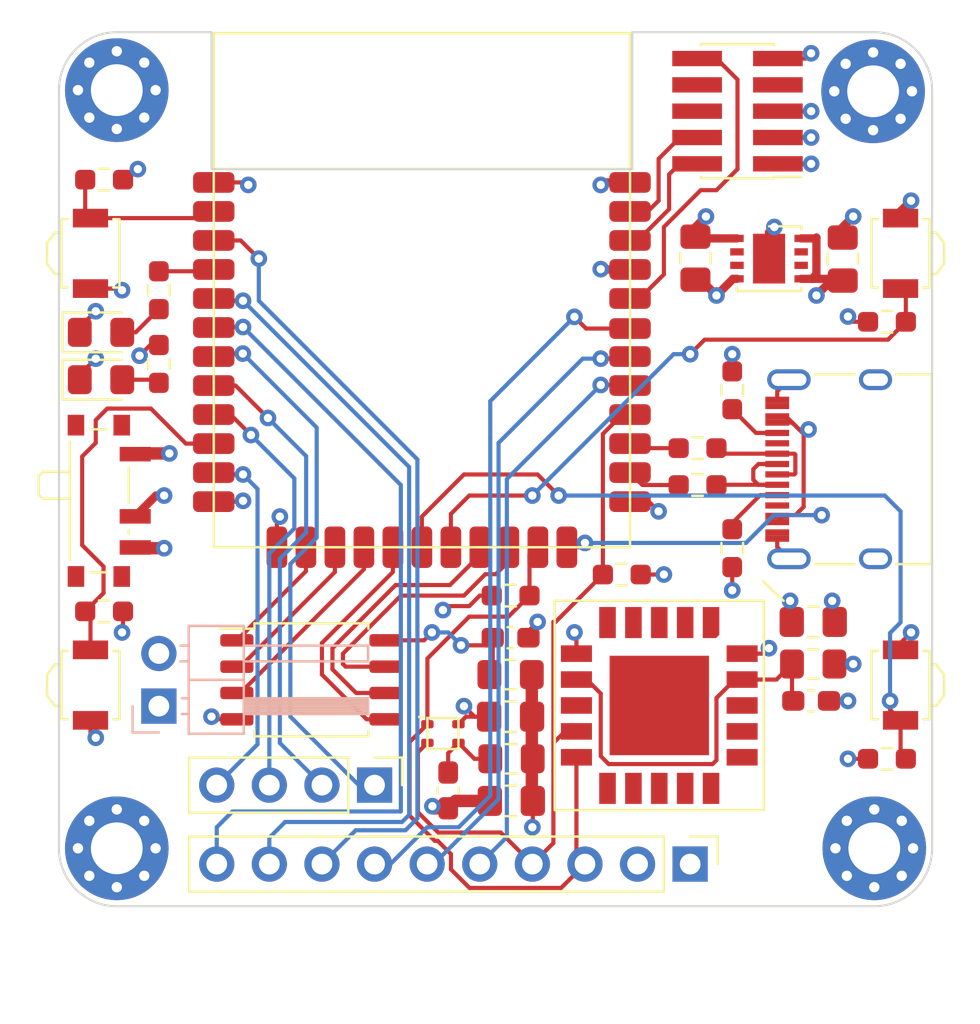
<source format=kicad_pcb>
(kicad_pcb (version 20211014) (generator pcbnew)
  (title_block (comment 4 "AISLER Project ID: DBNPHZUQ"))
  (layers (0 "F.Cu" signal) (1 "In1.Cu" signal) (2 "In2.Cu" signal) (31 "B.Cu" signal) (34 "B.Paste" user) (35 "F.Paste" user) (36 "B.SilkS" user "B.Silkscreen") (37 "F.SilkS" user "F.Silkscreen") (38 "B.Mask" user) (39 "F.Mask" user) (44 "Edge.Cuts" user))
  (net 0 "")
  (net 1 "+3V3")
  (net 2 "GND")
  (net 3 "Net-(C2-Pad1)")
  (net 4 "Net-(C3-Pad1)")
  (net 5 "Net-(C6-Pad1)")
  (net 6 "/vbus")
  (net 7 "Net-(D1-Pad2)")
  (net 8 "Net-(D2-Pad2)")
  (net 9 "Net-(J1-PadA5)")
  (net 10 "Net-(J1-PadA6)")
  (net 11 "Net-(J1-PadA7)")
  (net 13 "Net-(J1-PadB5)")
  (net 15 "/SWD")
  (net 16 "/SWC")
  (net 20 "/RST")
  (net 21 "/d-minus")
  (net 22 "/d-plus")
  (net 23 "/led")
  (net 24 "/SDA")
  (net 25 "/SCL")
  (net 26 "/qspi-io3")
  (net 27 "/qspi-sclk")
  (net 28 "/qspi-cs")
  (net 29 "/qspi-io0")
  (net 30 "/qspi-io1")
  (net 31 "/qspi-io2")
  (net 32 "Net-(BT1-Pad1)")
  (net 33 "VCC")
  (net 34 "/sw1")
  (net 35 "/sw2")
  (net 36 "/sw3")
  (net 37 "/sw4")
  (net 38 "/hf1")
  (net 39 "/lf1")
  (net 40 "/lf2")
  (net 41 "/lf3")
  (net 42 "/lf4")
  (net 43 "/lf5")
  (net 44 "/hf2")
  (net 45 "/hf3")
  (net 46 "/hf4")
  (net 47 "/hf5")
  (footprint "moonforge-pcb:SHT4x" (layer "F.Cu") (at 69.342 84.582)
    (fp_text reference "U2")
    (fp_text value "SHT4x")
  )
  (footprint "Resistor_SMD:R_0603_1608Metric_Pad0.98x0.95mm_HandSolder" (layer "F.Cu") (at 83.312 68.072 -90)
    (fp_text reference "R2")
    (fp_text value "5k1")
  )
  (footprint "Capacitor_SMD:C_0805_2012Metric_Pad1.18x1.45mm_HandSolder" (layer "F.Cu") (at 72.61 83.82 180)
    (fp_text reference "C4")
    (fp_text value "1uF")
  )
  (footprint "Resistor_SMD:R_0603_1608Metric_Pad0.98x0.95mm_HandSolder" (layer "F.Cu") (at 83.312 75.692 90)
    (fp_text reference "R1")
    (fp_text value "5k1")
  )
  (footprint "MountingHole:MountingHole_2.5mm_Pad_Via" (layer "F.Cu") (at 53.594 90.17)
    (fp_text reference "H3")
    (fp_text value "MH")
  )
  (footprint "Button_Switch_SMD:SW_SPST_B3U-3000P" (layer "F.Cu") (at 52.324 61.468 90)
    (fp_text reference "SW4")
    (fp_text value "BUTT4")
  )
  (footprint "MountingHole:MountingHole_2.5mm_Pad_Via" (layer "F.Cu") (at 90.114175 53.649825)
    (fp_text reference "H1")
    (fp_text value "MH")
  )
  (footprint "Capacitor_SMD:C_0805_2012Metric_Pad1.18x1.45mm_HandSolder" (layer "F.Cu") (at 87.2225 79.248 180)
    (fp_text reference "C5")
    (fp_text value "1uF")
  )
  (footprint "Package_SO:SOP-8_5.28x5.23mm_P1.27mm" (layer "F.Cu") (at 62.992 82.042)
    (fp_text reference "U3")
    (fp_text value "GD25Qxx")
  )
  (footprint "Resistor_SMD:R_0603_1608Metric_Pad0.98x0.95mm_HandSolder" (layer "F.Cu") (at 72.61 77.978)
    (fp_text reference "R7")
    (fp_text value "2k2")
  )
  (footprint "Capacitor_SMD:C_0603_1608Metric_Pad1.08x0.95mm_HandSolder" (layer "F.Cu") (at 72.61 80.01)
    (fp_text reference "C3")
    (fp_text value "100nF")
  )
  (footprint "Connector_PinHeader_2.54mm:PinHeader_1x04_P2.54mm_Vertical" (layer "F.Cu") (at 66.04 87.122 -90)
    (fp_text reference "J4")
    (fp_text value "Conn_01x04_Female")
  )
  (footprint "Connector_USB:USB_C_Receptacle_XKB_U262-16XN-4BVC11" (layer "F.Cu") (at 89.154 71.882 90)
    (fp_text reference "J1")
    (fp_text value "USB-C")
  )
  (footprint "Resistor_SMD:R_0603_1608Metric_Pad0.98x0.95mm_HandSolder" (layer "F.Cu") (at 52.9825 57.912 180)
    (fp_text reference "R12")
    (fp_text value "10k")
  )
  (footprint "Resistor_SMD:R_0603_1608Metric_Pad0.98x0.95mm_HandSolder" (layer "F.Cu") (at 90.7815 64.77)
    (fp_text reference "R11")
    (fp_text value "10k")
  )
  (footprint "MountingHole:MountingHole_2.5mm_Pad_Via" (layer "F.Cu") (at 90.17 90.17)
    (fp_text reference "H4")
    (fp_text value "MH")
  )
  (footprint "moonforge-pcb:SCD4x" (layer "F.Cu") (at 79.789 83.279 -90)
    (fp_text reference "U5")
    (fp_text value "SCD4x")
  )
  (footprint "Inductor_SMD:L_0805_2012Metric_Pad1.15x1.40mm_HandSolder" (layer "F.Cu") (at 72.61 81.788 180)
    (fp_text reference "FB2")
    (fp_text value "FB")
  )
  (footprint "Package_DFN_QFN:DFN-8-1EP_3x3mm_P0.65mm_EP1.55x2.4mm" (layer "F.Cu") (at 85.09 61.722)
    (fp_text reference "U4")
    (fp_text value "NCV8165ML")
  )
  (footprint "Connector_PinHeader_1.27mm:PinHeader_2x05_P1.27mm_Vertical_SMD" (layer "F.Cu") (at 83.566 54.61 180)
    (fp_text reference "J2")
    (fp_text value "SWD")
  )
  (footprint "Inductor_SMD:L_0805_2012Metric_Pad1.15x1.40mm_HandSolder" (layer "F.Cu") (at 87.2225 81.28 180)
    (fp_text reference "FB3")
    (fp_text value "FB")
  )
  (footprint "Resistor_SMD:R_0603_1608Metric_Pad0.98x0.95mm_HandSolder" (layer "F.Cu") (at 77.978 76.962 180)
    (fp_text reference "R8")
    (fp_text value "2k2")
  )
  (footprint "Connector_PinHeader_2.54mm:PinHeader_1x10_P2.54mm_Vertical" (layer "F.Cu") (at 81.28 90.932 -90)
    (fp_text reference "J3")
    (fp_text value "Conn_01x10_Female")
  )
  (footprint "Button_Switch_SMD:SW_SPDT_PCM12" (layer "F.Cu") (at 53.053 73.406 -90)
    (fp_text reference "SW5")
    (fp_text value "SW")
  )
  (footprint "Resistor_SMD:R_0603_1608Metric_Pad0.98x0.95mm_HandSolder" (layer "F.Cu") (at 81.6375 72.644 180)
    (fp_text reference "R3")
    (fp_text value "22R")
  )
  (footprint "Resistor_SMD:R_0603_1608Metric_Pad0.98x0.95mm_HandSolder" (layer "F.Cu") (at 55.626 66.802 -90)
    (fp_text reference "R5")
    (fp_text value "1k")
  )
  (footprint "moonforge-pcb:ANC52840" (layer "F.Cu") (at 68.326 63.246)
    (fp_text reference "U1")
    (fp_text value "ACN52840")
  )
  (footprint "Resistor_SMD:R_0603_1608Metric_Pad0.98x0.95mm_HandSolder" (layer "F.Cu") (at 55.626 63.246 -90)
    (fp_text reference "R6")
    (fp_text value "1k")
  )
  (footprint "Inductor_SMD:L_0805_2012Metric_Pad1.15x1.40mm_HandSolder" (layer "F.Cu") (at 72.653 85.852 180)
    (fp_text reference "FB1")
    (fp_text value "FB")
  )
  (footprint "LED_SMD:LED_0805_2012Metric_Pad1.15x1.40mm_HandSolder" (layer "F.Cu") (at 52.832 65.278)
    (fp_text reference "D2")
    (fp_text value "Green")
  )
  (footprint "Resistor_SMD:R_0603_1608Metric_Pad0.98x0.95mm_HandSolder" (layer "F.Cu") (at 90.7815 85.852)
    (fp_text reference "R9")
    (fp_text value "10k")
  )
  (footprint "Resistor_SMD:R_0603_1608Metric_Pad0.98x0.95mm_HandSolder" (layer "F.Cu") (at 81.6375 70.866 180)
    (fp_text reference "R4")
    (fp_text value "22R")
  )
  (footprint "LED_SMD:LED_0805_2012Metric_Pad1.15x1.40mm_HandSolder" (layer "F.Cu") (at 52.832 67.564)
    (fp_text reference "D1")
    (fp_text value "Red")
  )
  (footprint "Capacitor_SMD:C_0805_2012Metric_Pad1.18x1.45mm_HandSolder" (layer "F.Cu") (at 88.646 61.7435 90)
    (fp_text reference "C7")
    (fp_text value "1uF")
  )
  (footprint "Capacitor_SMD:C_0805_2012Metric_Pad1.18x1.45mm_HandSolder" (layer "F.Cu") (at 81.534 61.7005 -90)
    (fp_text reference "C8")
    (fp_text value "1uF")
  )
  (footprint "MountingHole:MountingHole_2.5mm_Pad_Via" (layer "F.Cu") (at 53.594 53.594)
    (fp_text reference "H2")
    (fp_text value "MH")
  )
  (footprint "Button_Switch_SMD:SW_SPST_B3U-3000P" (layer "F.Cu") (at 52.324 82.296 90)
    (fp_text reference "SW2")
    (fp_text value "BUTT2")
  )
  (footprint "Capacitor_SMD:C_0603_1608Metric_Pad1.08x0.95mm_HandSolder" (layer "F.Cu") (at 69.596 87.376 -90)
    (fp_text reference "C2")
    (fp_text value "100nF")
  )
  (footprint "Capacitor_SMD:C_0603_1608Metric_Pad1.08x0.95mm_HandSolder" (layer "F.Cu") (at 87.122 83.058)
    (fp_text reference "C6")
    (fp_text value "100nF")
  )
  (footprint "Resistor_SMD:R_0603_1608Metric_Pad0.98x0.95mm_HandSolder" (layer "F.Cu") (at 52.9825 78.74 180)
    (fp_text reference "R10")
    (fp_text value "10k")
  )
  (footprint "Button_Switch_SMD:SW_SPST_B3U-3000P" (layer "F.Cu") (at 91.44 61.468 -90)
    (fp_text reference "SW3")
    (fp_text value "BUTT3")
  )
  (footprint "Capacitor_SMD:C_0805_2012Metric_Pad1.18x1.45mm_HandSolder" (layer "F.Cu") (at 72.644 87.884 180)
    (fp_text reference "C1")
    (fp_text value "1uF")
  )
  (footprint "Button_Switch_SMD:SW_SPST_B3U-3000P" (layer "F.Cu") (at 91.44 82.296 -90)
    (fp_text reference "SW1")
    (fp_text value "BUTT1")
  )
  (footprint "Connector_PinHeader_2.54mm:PinHeader_1x02_P2.54mm_Horizontal" (layer "B.Cu") (at 55.626 83.312)
    (fp_text reference "BT1")
    (fp_text value "Battery_Cell")
  )
  (gr_line (start 92.964 53.594) (end 92.964 90.17) (layer "Edge.Cuts") (width 0.1))
  (gr_line (start 53.594 50.8) (end 58.166 50.8) (layer "Edge.Cuts") (width 0.1))
  (gr_arc (start 53.594 92.964) (mid 51.618344 92.145656) (end 50.8 90.17) (layer "Edge.Cuts") (width 0.1))
  (gr_line (start 90.17 92.964) (end 53.594 92.964) (layer "Edge.Cuts") (width 0.1))
  (gr_line (start 50.8 90.17) (end 50.8 53.594) (layer "Edge.Cuts") (width 0.1))
  (gr_arc (start 90.17 50.8) (mid 92.145656 51.618344) (end 92.964 53.594) (layer "Edge.Cuts") (width 0.1))
  (gr_line (start 58.166 57.404) (end 78.486 57.404) (layer "Edge.Cuts") (width 0.1))
  (gr_line (start 58.166 50.8) (end 58.166 57.404) (layer "Edge.Cuts") (width 0.1))
  (gr_line (start 78.486 57.404) (end 78.486 50.8) (layer "Edge.Cuts") (width 0.1))
  (gr_line (start 78.486 50.8) (end 90.17 50.8) (layer "Edge.Cuts") (width 0.1))
  (gr_arc (start 50.8 53.594) (mid 51.618344 51.618344) (end 53.594 50.8) (layer "Edge.Cuts") (width 0.1))
  (gr_arc (start 92.964 90.17) (mid 92.145656 92.145656) (end 90.17 92.964) (layer "Edge.Cuts") (width 0.1))
  (segment (start 58.276 73.446) (end 59.65 73.446) (width 0.2) (layer "F.Cu") (net 1))
  (segment (start 59.65 73.446) (end 59.69 73.406) (width 0.2) (layer "F.Cu") (net 1))
  (segment (start 79.288 73.446) (end 79.756 73.914) (width 0.2) (layer "F.Cu") (net 1))
  (segment (start 88.26 79.248) (end 88.26 78.354) (width 0.2) (layer "F.Cu") (net 1))
  (segment (start 73.635 87.841) (end 73.678 87.884) (width 0.6) (layer "F.Cu") (net 1))
  (segment (start 83.54 60.747) (end 81.618 60.747) (width 0.4) (layer "F.Cu") (net 1))
  (segment (start 76.978 62.246) (end 76.962 62.23) (width 0.4) (layer "F.Cu") (net 1))
  (segment (start 78.8905 76.962) (end 80.01 76.962) (width 0.2) (layer "F.Cu") (net 1))
  (segment (start 88.2475 81.28) (end 89.154 81.28) (width 0.2) (layer "F.Cu") (net 1))
  (segment (start 71.12 77.978) (end 70.612 78.486) (width 0.2) (layer "F.Cu") (net 1))
  (segment (start 54.102 57.912) (end 54.61 57.404) (width 0.2) (layer "F.Cu") (net 1))
  (segment (start 73.6815 89.1325) (end 73.66 89.154) (width 0.2) (layer "F.Cu") (net 1))
  (segment (start 71.6975 77.978) (end 71.12 77.978) (width 0.2) (layer "F.Cu") (net 1))
  (segment (start 55.210462 65.8895) (end 54.694378 66.405584) (width 0.2) (layer "F.Cu") (net 1))
  (segment (start 89.869 85.852) (end 88.9 85.852) (width 0.2) (layer "F.Cu") (net 1))
  (segment (start 89.869 64.77) (end 89.154 64.77) (width 0.2) (layer "F.Cu") (net 1))
  (segment (start 78.376 73.446) (end 79.288 73.446) (width 0.2) (layer "F.Cu") (net 1))
  (segment (start 55.626 65.8895) (end 55.210462 65.8895) (width 0.2) (layer "F.Cu") (net 1))
  (segment (start 73.635 87.8375) (end 73.6815 87.884) (width 0.6) (layer "F.Cu") (net 1))
  (segment (start 73.6815 87.884) (end 73.6815 89.1325) (width 0.2) (layer "F.Cu") (net 1))
  (segment (start 53.895 57.912) (end 54.102 57.912) (width 0.2) (layer "F.Cu") (net 1))
  (segment (start 89.154 64.77) (end 88.9 64.516) (width 0.2) (layer "F.Cu") (net 1))
  (segment (start 78.376 62.246) (end 76.978 62.246) (width 0.4) (layer "F.Cu") (net 1))
  (segment (start 85.516 57.15) (end 87.122 57.15) (width 0.2) (layer "F.Cu") (net 1))
  (segment (start 69.5335 78.486) (end 69.342 78.6775) (width 0.2) (layer "F.Cu") (net 1))
  (segment (start 81.618 60.747) (end 81.534 60.663) (width 0.4) (layer "F.Cu") (net 1))
  (segment (start 81.534 60.198) (end 82.042 59.69) (width 0.4) (layer "F.Cu") (net 1))
  (segment (start 73.635 81.788) (end 73.635 87.8375) (width 0.6) (layer "F.Cu") (net 1))
  (segment (start 70.612 78.486) (end 69.5335 78.486) (width 0.2) (layer "F.Cu") (net 1))
  (segment (start 81.534 60.663) (end 81.534 60.198) (width 0.4) (layer "F.Cu") (net 1))
  (segment (start 53.895 79.709) (end 53.848 79.756) (width 0.2) (layer "F.Cu") (net 1))
  (segment (start 53.895 78.74) (end 53.895 79.709) (width 0.2) (layer "F.Cu") (net 1))
  (segment (start 88.26 78.354) (end 88.138 78.232) (width 0.2) (layer "F.Cu") (net 1))
  (via (at 54.694378 66.405584) (size 0.8) (drill 0.4) (layers "F.Cu" "B.Cu") (net 1))
  (via (at 76.962 62.23) (size 0.8) (drill 0.4) (layers "F.Cu" "B.Cu") (net 1))
  (via (at 88.138 78.232) (size 0.8) (drill 0.4) (layers "F.Cu" "B.Cu") (net 1))
  (via (at 59.69 73.406) (size 0.8) (drill 0.4) (layers "F.Cu" "B.Cu") (net 1))
  (via (at 73.66 89.154) (size 0.8) (drill 0.4) (layers "F.Cu" "B.Cu") (net 1))
  (via (at 69.342 78.6775) (size 0.8) (drill 0.4) (layers "F.Cu" "B.Cu") (net 1))
  (via (at 88.9 85.852) (size 0.8) (drill 0.4) (layers "F.Cu" "B.Cu") (net 1))
  (via (at 79.756 73.914) (size 0.8) (drill 0.4) (layers "F.Cu" "B.Cu") (net 1))
  (via (at 54.61 57.404) (size 0.8) (drill 0.4) (layers "F.Cu" "B.Cu") (net 1))
  (via (at 53.848 79.756) (size 0.8) (drill 0.4) (layers "F.Cu" "B.Cu") (net 1))
  (via (at 89.154 81.28) (size 0.8) (drill 0.4) (layers "F.Cu" "B.Cu") (net 1))
  (via (at 87.122 57.15) (size 0.8) (drill 0.4) (layers "F.Cu" "B.Cu") (net 1))
  (via (at 82.042 59.69) (size 0.8) (drill 0.4) (layers "F.Cu" "B.Cu") (net 1))
  (via (at 80.01 76.962) (size 0.8) (drill 0.4) (layers "F.Cu" "B.Cu") (net 1))
  (via (at 88.9 64.516) (size 0.8) (drill 0.4) (layers "F.Cu" "B.Cu") (net 1))
  (segment (start 59.824 58.046) (end 59.944 58.166) (width 0.2) (layer "F.Cu") (net 2))
  (segment (start 84.819784 80.779) (end 85.083411 80.515373) (width 0.2) (layer "F.Cu") (net 2))
  (segment (start 77.082 58.046) (end 76.962 58.166) (width 0.4) (layer "F.Cu") (net 2))
  (segment (start 88.646 60.706) (end 88.646 60.198) (width 0.4) (layer "F.Cu") (net 2))
  (segment (start 85.09 61.722) (end 85.09 60.452) (width 0.4) (layer "F.Cu") (net 2))
  (segment (start 86.868 52.07) (end 87.122 51.816) (width 0.2) (layer "F.Cu") (net 2))
  (segment (start 91.44 59.436) (end 91.948 58.928) (width 0.4) (layer "F.Cu") (net 2))
  (segment (start 81.534 62.738) (end 81.788 62.738) (width 0.4) (layer "F.Cu") (net 2))
  (segment (start 52.324 63.168) (end 53.77 63.168) (width 0.2) (layer "F.Cu") (net 2))
  (segment (start 78.376 58.046) (end 77.082 58.046) (width 0.4) (layer "F.Cu") (net 2))
  (segment (start 69.596 88.2385) (end 68.9345 88.2385) (width 0.6) (layer "F.Cu") (net 2))
  (segment (start 83.353 62.697) (end 82.55 63.5) (width 0.4) (layer "F.Cu") (net 2))
  (segment (start 61.326 75.646) (end 61.326 74.31) (width 0.2) (layer "F.Cu") (net 2))
  (segment (start 85.484 75.637) (end 86.049 76.202) (width 0.2) (layer "F.Cu") (net 2))
  (segment (start 85.484 75.232) (end 85.484 75.637) (width 0.2) (layer "F.Cu") (net 2))
  (segment (start 75.789 79.853) (end 75.692 79.756) (width 0.2) (layer "F.Cu") (net 2))
  (segment (start 86.185 79.248) (end 86.185 78.311) (width 0.2) (layer "F.Cu") (net 2))
  (segment (start 85.09 60.452) (end 85.344 60.198) (width 0.4) (layer "F.Cu") (net 2))
  (segment (start 83.54 62.697) (end 83.353 62.697) (width 0.4) (layer "F.Cu") (net 2))
  (segment (start 70.866 83.82) (end 70.358 83.312) (width 0.2) (layer "F.Cu") (net 2))
  (segment (start 85.516 55.88) (end 87.122 55.88) (width 0.2) (layer "F.Cu") (net 2))
  (segment (start 91.44 80.596) (end 91.44 80.264) (width 0.2) (layer "F.Cu") (net 2))
  (segment (start 83.312 76.6045) (end 83.312 77.724) (width 0.2) (layer "F.Cu") (net 2))
  (segment (start 88.646 60.198) (end 89.154 59.69) (width 0.4) (layer "F.Cu") (net 2))
  (segment (start 91.44 80.264) (end 91.948 79.756) (width 0.2) (layer "F.Cu") (net 2))
  (segment (start 73.4725 80.01) (end 73.4725 79.6895) (width 0.2) (layer "F.Cu") (net 2))
  (segment (start 58.293 83.947) (end 58.166 83.82) (width 0.2) (layer "F.Cu") (net 2))
  (segment (start 83.789 80.779) (end 84.819784 80.779) (width 0.2) (layer "F.Cu") (net 2))
  (segment (start 51.807 67.319) (end 52.578 66.548) (width 0.2) (layer "F.Cu") (net 2))
  (segment (start 59.392 83.947) (end 58.293 83.947) (width 0.2) (layer "F.Cu") (net 2))
  (segment (start 53.77 63.168) (end 53.848 63.246) (width 0.2) (layer "F.Cu") (net 2))
  (segment (start 61.326 74.31) (end 61.468 74.168) (width 0.2) (layer "F.Cu") (net 2))
  (segment (start 85.516 52.07) (end 86.868 52.07) (width 0.2) (layer "F.Cu") (net 2))
  (segment (start 70.866 83.82) (end 70.454 83.82) (width 0.2) (layer "F.Cu") (net 2))
  (segment (start 51.807 67.564) (end 51.807 67.319) (width 0.2) (layer "F.Cu") (net 2))
  (segment (start 91.44 59.768) (end 91.44 59.436) (width 0.4) (layer "F.Cu") (net 2))
  (segment (start 85.516 54.61) (end 87.122 54.61) (width 0.2) (layer "F.Cu") (net 2))
  (segment (start 58.276 58.046) (end 59.824 58.046) (width 0.2) (layer "F.Cu") (net 2))
  (segment (start 68.9345 88.2385) (end 68.834 88.138) (width 0.6) (layer "F.Cu") (net 2))
  (segment (start 87.9845 83.058) (end 88.9 83.058) (width 0.2) (layer "F.Cu") (net 2))
  (segment (start 69.9505 87.884) (end 69.596 88.2385) (width 0.6) (layer "F.Cu") (net 2))
  (segment (start 51.807 65.033) (end 52.578 64.262) (width 0.2) (layer "F.Cu") (net 2))
  (segment (start 71.6065 87.884) (end 69.9505 87.884) (width 0.6) (layer "F.Cu") (net 2))
  (segment (start 85.484 68.127) (end 86.049 67.562) (width 0.2) (layer "F.Cu") (net 2))
  (segment (start 86.185 78.311) (end 86.106 78.232) (width 0.2) (layer "F.Cu") (net 2))
  (segment (start 51.807 65.278) (end 51.807 65.033) (width 0.2) (layer "F.Cu") (net 2))
  (segment (start 75.789 80.779) (end 75.789 79.853) (width 0.2) (layer "F.Cu") (net 2))
  (segment (start 81.788 62.738) (end 82.55 63.5) (width 0.4) (layer "F.Cu") (net 2))
  (segment (start 52.324 84.582) (end 52.578 84.836) (width 0.2) (layer "F.Cu") (net 2))
  (segment (start 70.454 83.82) (end 70.092 84.182) (width 0.2) (layer "F.Cu") (net 2))
  (segment (start 71.5725 83.82) (end 70.866 83.82) (width 0.2) (layer "F.Cu") (net 2))
  (segment (start 85.484 68.532) (end 85.484 68.127) (width 0.2) (layer "F.Cu") (net 2))
  (segment (start 73.4725 79.6895) (end 73.914 79.248) (width 0.2) (layer "F.Cu") (net 2))
  (segment (start 83.312 67.1595) (end 83.312 66.3315) (width 0.2) (layer "F.Cu") (net 2))
  (segment (start 52.324 83.996) (end 52.324 84.582) (width 0.2) (layer "F.Cu") (net 2))
  (via (at 88.9 83.058) (size 0.8) (drill 0.4) (layers "F.Cu" "B.Cu") (net 2))
  (via (at 58.166 83.82) (size 0.8) (drill 0.4) (layers "F.Cu" "B.Cu") (net 2))
  (via (at 76.962 58.166) (size 0.8) (drill 0.4) (layers "F.Cu" "B.Cu") (net 2))
  (via (at 87.122 51.816) (size 0.8) (drill 0.4) (layers "F.Cu" "B.Cu") (net 2))
  (via (at 73.914 79.248) (size 0.8) (drill 0.4) (layers "F.Cu" "B.Cu") (net 2))
  (via (at 85.344 60.198) (size 0.8) (drill 0.4) (layers "F.Cu" "B.Cu") (net 2))
  (via (at 52.578 66.548) (size 0.8) (drill 0.4) (layers "F.Cu" "B.Cu") (net 2))
  (via (at 86.106 78.232) (size 0.8) (drill 0.4) (layers "F.Cu" "B.Cu") (net 2))
  (via (at 52.578 84.836) (size 0.8) (drill 0.4) (layers "F.Cu" "B.Cu") (net 2))
  (via (at 70.358 83.312) (size 0.8) (drill 0.4) (layers "F.Cu" "B.Cu") (net 2))
  (via (at 89.154 59.69) (size 0.8) (drill 0.4) (layers "F.Cu" "B.Cu") (net 2))
  (via (at 87.122 54.61) (size 0.8) (drill 0.4) (layers "F.Cu" "B.Cu") (net 2))
  (via (at 61.468 74.168) (size 0.8) (drill 0.4) (layers "F.Cu" "B.Cu") (net 2))
  (via (at 75.692 79.756) (size 0.8) (drill 0.4) (layers "F.Cu" "B.Cu") (net 2))
  (via (at 68.834 88.138) (size 0.8) (drill 0.4) (layers "F.Cu" "B.Cu") (net 2))
  (via (at 83.312 66.3315) (size 0.8) (drill 0.4) (layers "F.Cu" "B.Cu") (net 2))
  (via (at 52.578 64.262) (size 0.8) (drill 0.4) (layers "F.Cu" "B.Cu") (net 2))
  (via (at 91.948 58.928) (size 0.8) (drill 0.4) (layers "F.Cu" "B.Cu") (net 2))
  (via (at 82.55 63.5) (size 0.8) (drill 0.4) (layers "F.Cu" "B.Cu") (net 2))
  (via (at 91.948 79.756) (size 0.8) (drill 0.4) (layers "F.Cu" "B.Cu") (net 2))
  (via (at 83.312 77.724) (size 0.8) (drill 0.4) (layers "F.Cu" "B.Cu") (net 2))
  (via (at 85.083411 80.515373) (size 0.8) (drill 0.4) (layers "F.Cu" "B.Cu") (net 2))
  (via (at 87.122 55.88) (size 0.8) (drill 0.4) (layers "F.Cu" "B.Cu") (net 2))
  (via (at 53.848 63.246) (size 0.8) (drill 0.4) (layers "F.Cu" "B.Cu") (net 2))
  (via (at 59.944 58.166) (size 0.8) (drill 0.4) (layers "F.Cu" "B.Cu") (net 2))
  (segment (start 69.596 86.5135) (end 69.596 85.578) (width 0.2) (layer "F.Cu") (net 3))
  (segment (start 70.862 85.852) (end 71.628 85.852) (width 0.2) (layer "F.Cu") (net 3))
  (segment (start 69.596 85.578) (end 70.092 85.082) (width 0.2) (layer "F.Cu") (net 3))
  (segment (start 70.862 85.852) (end 70.092 85.082) (width 0.2) (layer "F.Cu") (net 3))
  (segment (start 71.7475 80.01) (end 71.7475 81.6255) (width 0.2) (layer "F.Cu") (net 4))
  (segment (start 71.379878 80.377622) (end 71.7475 80.01) (width 0.2) (layer "F.Cu") (net 4))
  (segment (start 70.217622 80.377622) (end 71.379878 80.377622) (width 0.2) (layer "F.Cu") (net 4))
  (segment (start 68.4285 80.137) (end 68.8095 79.756) (width 0.2) (layer "F.Cu") (net 4))
  (segment (start 71.7475 81.6255) (end 71.585 81.788) (width 0.2) (layer "F.Cu") (net 4))
  (segment (start 66.592 80.137) (end 68.4285 80.137) (width 0.2) (layer "F.Cu") (net 4))
  (via (at 68.8095 79.756) (size 0.8) (drill 0.4) (layers "F.Cu" "B.Cu") (net 4))
  (via (at 70.217622 80.377622) (size 0.8) (drill 0.4) (layers "F.Cu" "B.Cu") (net 4))
  (segment (start 69.596 79.756) (end 70.217622 80.377622) (width 0.2) (layer "B.Cu") (net 4))
  (segment (start 68.8095 79.756) (end 69.596 79.756) (width 0.2) (layer "B.Cu") (net 4))
  (segment (start 83.439 82.029) (end 82.55 82.918) (width 0.2) (layer "F.Cu") (net 5))
  (segment (start 83.789 82.029) (end 83.439 82.029) (width 0.2) (layer "F.Cu") (net 5))
  (segment (start 76.962 85.725) (end 76.962 82.702) (width 0.2) (layer "F.Cu") (net 5))
  (segment (start 76.962 82.702) (end 76.289 82.029) (width 0.2) (layer "F.Cu") (net 5))
  (segment (start 85.4485 82.029) (end 86.1975 81.28) (width 0.2) (layer "F.Cu") (net 5))
  (segment (start 86.1975 81.28) (end 86.1975 82.996) (width 0.2) (layer "F.Cu") (net 5))
  (segment (start 83.789 82.029) (end 85.4485 82.029) (width 0.2) (layer "F.Cu") (net 5))
  (segment (start 82.55 82.918) (end 82.55 85.918) (width 0.2) (layer "F.Cu") (net 5))
  (segment (start 86.1975 82.996) (end 86.2595 83.058) (width 0.2) (layer "F.Cu") (net 5))
  (segment (start 82.362 86.106) (end 77.343 86.106) (width 0.2) (layer "F.Cu") (net 5))
  (segment (start 76.289 82.029) (end 75.789 82.029) (width 0.2) (layer "F.Cu") (net 5))
  (segment (start 82.55 85.918) (end 82.362 86.106) (width 0.2) (layer "F.Cu") (net 5))
  (segment (start 77.343 86.106) (end 76.962 85.725) (width 0.2) (layer "F.Cu") (net 5))
  (segment (start 85.909 69.332) (end 86.2665 69.6895) (width 0.2) (layer "F.Cu") (net 6))
  (segment (start 85.819001 74.096999) (end 85.484 74.432) (width 0.2) (layer "F.Cu") (net 6))
  (segment (start 86.36 74.096999) (end 85.484 74.096999) (width 0.2) (layer "F.Cu") (net 6))
  (segment (start 86.2665 69.6895) (end 86.759 70.182) (width 0.2) (layer "F.Cu") (net 6))
  (segment (start 86.759 73.697999) (end 86.36 74.096999) (width 0.2) (layer "F.Cu") (net 6))
  (segment (start 86.209 69.632) (end 86.2665 69.6895) (width 0.2) (layer "F.Cu") (net 6))
  (segment (start 86.759 70.182) (end 86.759 73.697999) (width 0.2) (layer "F.Cu") (net 6))
  (segment (start 87.63 74.096999) (end 85.819001 74.096999) (width 0.2) (layer "F.Cu") (net 6))
  (segment (start 85.484 69.632) (end 86.209 69.632) (width 0.2) (layer "F.Cu") (net 6))
  (segment (start 54.519 71.12) (end 54.483 71.156) (width 0.6) (layer "F.Cu") (net 6))
  (segment (start 75.326 75.646) (end 75.992 75.646) (width 0.2) (layer "F.Cu") (net 6))
  (segment (start 75.992 75.646) (end 76.2 75.438) (width 0.2) (layer "F.Cu") (net 6))
  (segment (start 86.54265 69.96565) (end 86.996917 69.96565) (width 0.2) (layer "F.Cu") (net 6))
  (segment (start 85.484 69.332) (end 85.909 69.332) (width 0.2) (layer "F.Cu") (net 6))
  (segment (start 56.134 71.12) (end 54.519 71.12) (width 0.6) (layer "F.Cu") (net 6))
  (segment (start 86.209 69.632) (end 86.54265 69.96565) (width 0.2) (layer "F.Cu") (net 6))
  (via (at 56.134 71.12) (size 0.8) (drill 0.4) (layers "F.Cu" "B.Cu") (net 6))
  (via (at 76.2 75.438) (size 0.8) (drill 0.4) (layers "F.Cu" "B.Cu") (net 6))
  (via (at 86.996917 69.96565) (size 0.8) (drill 0.4) (layers "F.Cu" "B.Cu") (net 6))
  (via (at 87.63 74.096999) (size 0.8) (drill 0.4) (layers "F.Cu" "B.Cu") (net 6))
  (segment (start 76.2 75.438) (end 83.97381 75.438) (width 0.2) (layer "B.Cu") (net 6))
  (segment (start 85.314811 74.096999) (end 87.63 74.096999) (width 0.2) (layer "B.Cu") (net 6))
  (segment (start 83.97381 75.438) (end 85.314811 74.096999) (width 0.2) (layer "B.Cu") (net 6))
  (segment (start 55.4755 67.564) (end 55.626 67.7145) (width 0.2) (layer "F.Cu") (net 7))
  (segment (start 53.857 67.564) (end 55.4755 67.564) (width 0.2) (layer "F.Cu") (net 7))
  (segment (start 54.5065 65.278) (end 55.626 64.1585) (width 0.2) (layer "F.Cu") (net 8))
  (segment (start 53.857 65.278) (end 54.5065 65.278) (width 0.2) (layer "F.Cu") (net 8))
  (segment (start 83.312 74.479) (end 84.659 73.132) (width 0.2) (layer "F.Cu") (net 9))
  (segment (start 84.659 73.132) (end 85.484 73.132) (width 0.2) (layer "F.Cu") (net 9))
  (segment (start 83.312 74.7795) (end 83.312 74.479) (width 0.2) (layer "F.Cu") (net 9))
  (segment (start 86.359 71.182) (end 86.359 72.082) (width 0.2) (layer "F.Cu") (net 10))
  (segment (start 86.309 72.132) (end 85.484 72.132) (width 0.2) (layer "F.Cu") (net 10))
  (segment (start 85.484 71.132) (end 86.309 71.132) (width 0.2) (layer "F.Cu") (net 10))
  (segment (start 86.359 72.082) (end 86.309 72.132) (width 0.2) (layer "F.Cu") (net 10))
  (segment (start 86.309 71.132) (end 86.359 71.182) (width 0.2) (layer "F.Cu") (net 10))
  (segment (start 82.816 71.132) (end 82.55 70.866) (width 0.2) (layer "F.Cu") (net 10))
  (segment (start 85.484 71.132) (end 82.816 71.132) (width 0.2) (layer "F.Cu") (net 10))
  (segment (start 85.484 72.632) (end 84.57 72.632) (width 0.2) (layer "F.Cu") (net 11))
  (segment (start 84.328 71.882) (end 84.578 71.632) (width 0.2) (layer "F.Cu") (net 11))
  (segment (start 82.55 72.644) (end 82.562 72.632) (width 0.2) (layer "F.Cu") (net 11))
  (segment (start 84.57 72.632) (end 84.328 72.39) (width 0.2) (layer "F.Cu") (net 11))
  (segment (start 84.578 71.632) (end 85.484 71.632) (width 0.2) (layer "F.Cu") (net 11))
  (segment (start 82.562 72.632) (end 85.484 72.632) (width 0.2) (layer "F.Cu") (net 11))
  (segment (start 84.328 72.39) (end 84.328 71.882) (width 0.2) (layer "F.Cu") (net 11))
  (segment (start 83.312 68.9845) (end 84.4595 70.132) (width 0.2) (layer "F.Cu") (net 13))
  (segment (start 84.4595 70.132) (end 85.484 70.132) (width 0.2) (layer "F.Cu") (net 13))
  (segment (start 78.753817 60.846) (end 80.264 59.335817) (width 0.2) (layer "F.Cu") (net 15))
  (segment (start 80.264 59.335817) (end 80.264 57.658) (width 0.2) (layer "F.Cu") (net 15))
  (segment (start 80.264 57.658) (end 80.772 57.15) (width 0.2) (layer "F.Cu") (net 15))
  (segment (start 80.772 57.15) (end 81.616 57.15) (width 0.2) (layer "F.Cu") (net 15))
  (segment (start 78.376 60.846) (end 78.753817 60.846) (width 0.2) (layer "F.Cu") (net 15))
  (segment (start 79.756 58.928) (end 79.238 59.446) (width 0.2) (layer "F.Cu") (net 16))
  (segment (start 79.756 56.91) (end 79.756 58.928) (width 0.2) (layer "F.Cu") (net 16))
  (segment (start 80.786 55.88) (end 79.756 56.91) (width 0.2) (layer "F.Cu") (net 16))
  (segment (start 81.616 55.88) (end 80.786 55.88) (width 0.2) (layer "F.Cu") (net 16))
  (segment (start 79.238 59.446) (end 78.376 59.446) (width 0.2) (layer "F.Cu") (net 16))
  (segment (start 80.01 60.198) (end 81.788 58.42) (width 0.2) (layer "F.Cu") (net 20))
  (segment (start 83.566 53.086) (end 82.55 52.07) (width 0.2) (layer "F.Cu") (net 20))
  (segment (start 80.01 62.484) (end 80.01 60.198) (width 0.2) (layer "F.Cu") (net 20))
  (segment (start 82.55 58.42) (end 83.566 57.404) (width 0.2) (layer "F.Cu") (net 20))
  (segment (start 81.788 58.42) (end 82.55 58.42) (width 0.2) (layer "F.Cu") (net 20))
  (segment (start 78.376 63.646) (end 78.848 63.646) (width 0.2) (layer "F.Cu") (net 20))
  (segment (start 83.566 57.404) (end 83.566 53.086) (width 0.2) (layer "F.Cu") (net 20))
  (segment (start 82.55 52.07) (end 81.616 52.07) (width 0.2) (layer "F.Cu") (net 20))
  (segment (start 78.848 63.646) (end 80.01 62.484) (width 0.2) (layer "F.Cu") (net 20))
  (segment (start 80.725 72.644) (end 78.974 72.644) (width 0.2) (layer "F.Cu") (net 21))
  (segment (start 78.974 72.644) (end 78.376 72.046) (width 0.2) (layer "F.Cu") (net 21))
  (segment (start 78.596 70.866) (end 78.376 70.646) (width 0.2) (layer "F.Cu") (net 22))
  (segment (start 80.725 70.866) (end 78.596 70.866) (width 0.2) (layer "F.Cu") (net 22))
  (segment (start 58.1885 62.3335) (end 58.276 62.246) (width 0.2) (layer "F.Cu") (net 23))
  (segment (start 55.626 62.3335) (end 58.1885 62.3335) (width 0.2) (layer "F.Cu") (net 23))
  (segment (start 69.73 91.186) (end 69.73 90.45) (width 0.2) (layer "F.Cu") (net 24))
  (segment (start 68.592 84.182) (end 68.592 81.014) (width 0.2) (layer "F.Cu") (net 24))
  (segment (start 67.734 88.593635) (end 67.734 85.04) (width 0.2) (layer "F.Cu") (net 24))
  (segment (start 67.734 85.04) (end 68.592 84.182) (width 0.2) (layer "F.Cu") (net 24))
  (segment (start 73.5225 76.0495) (end 73.926 75.646) (width 0.2) (layer "F.Cu") (net 24))
  (segment (start 73.5225 77.978) (end 73.5225 76.0495) (width 0.2) (layer "F.Cu") (net 24))
  (segment (start 75.789 90.521) (end 76.2 90.932) (width 0.2) (layer "F.Cu") (net 24))
  (segment (start 70.626 92.082) (end 69.73 91.186) (width 0.2) (layer "F.Cu") (net 24))
  (segment (start 75.789 85.779) (end 75.789 90.521) (width 0.2) (layer "F.Cu") (net 24))
  (segment (start 75.05 92.082) (end 70.626 92.082) (width 0.2) (layer "F.Cu") (net 24))
  (segment (start 72.5065 78.994) (end 73.5225 77.978) (width 0.2) (layer "F.Cu") (net 24))
  (segment (start 68.592 81.014) (end 70.612 78.994) (width 0.2) (layer "F.Cu") (net 24))
  (segment (start 69.088 89.808) (end 68.948364 89.808) (width 0.2) (layer "F.Cu") (net 24))
  (segment (start 68.948364 89.808) (end 67.734 88.593635) (width 0.2) (layer "F.Cu") (net 24))
  (segment (start 69.73 90.45) (end 69.088 89.808) (width 0.2) (layer "F.Cu") (net 24))
  (segment (start 70.612 78.994) (end 72.5065 78.994) (width 0.2) (layer "F.Cu") (net 24))
  (segment (start 76.2 90.932) (end 75.05 92.082) (width 0.2) (layer "F.Cu") (net 24))
  (segment (start 73.66 90.932) (end 74.676 89.916) (width 0.2) (layer "F.Cu") (net 25))
  (segment (start 73.66 90.932) (end 72.136 89.408) (width 0.2) (layer "F.Cu") (net 25))
  (segment (start 69.11405 89.408) (end 68.134 88.42795) (width 0.2) (layer "F.Cu") (net 25))
  (segment (start 77.0655 70.178683) (end 77.0655 76.962) (width 0.2) (layer "F.Cu") (net 25))
  (segment (start 74.676 85.09) (end 75.237 84.529) (width 0.2) (layer "F.Cu") (net 25))
  (segment (start 72.136 89.408) (end 69.11405 89.408) (width 0.2) (layer "F.Cu") (net 25))
  (segment (start 74.7795 79.248) (end 74.676 79.248) (width 0.2) (layer "F.Cu") (net 25))
  (segment (start 68.134 85.54) (end 68.592 85.082) (width 0.2) (layer "F.Cu") (net 25))
  (segment (start 78.376 69.246) (end 77.998183 69.246) (width 0.2) (layer "F.Cu") (net 25))
  (segment (start 74.676 79.248) (end 74.676 85.09) (width 0.2) (layer "F.Cu") (net 25))
  (segment (start 74.676 89.916) (end 74.676 85.09) (width 0.2) (layer "F.Cu") (net 25))
  (segment (start 77.998183 69.246) (end 77.0655 70.178683) (width 0.2) (layer "F.Cu") (net 25))
  (segment (start 77.0655 76.962) (end 74.7795 79.248) (width 0.2) (layer "F.Cu") (net 25))
  (segment (start 68.134 88.42795) (end 68.134 85.54) (width 0.2) (layer "F.Cu") (net 25))
  (segment (start 75.237 84.529) (end 75.789 84.529) (width 0.2) (layer "F.Cu") (net 25))
  (segment (start 64.516 81.28) (end 64.516 80.776604) (width 0.2) (layer "F.Cu") (net 26))
  (segment (start 70.358 77.978) (end 71.39 76.946) (width 0.2) (layer "F.Cu") (net 26))
  (segment (start 71.39 76.946) (end 71.898 76.946) (width 0.2) (layer "F.Cu") (net 26))
  (segment (start 72.526 76.318) (end 72.526 75.646) (width 0.2) (layer "F.Cu") (net 26))
  (segment (start 64.516 80.776604) (end 67.314604 77.978) (width 0.2) (layer "F.Cu") (net 26))
  (segment (start 66.592 81.407) (end 64.643 81.407) (width 0.2) (layer "F.Cu") (net 26))
  (segment (start 64.643 81.407) (end 64.516 81.28) (width 0.2) (layer "F.Cu") (net 26))
  (segment (start 71.898 76.946) (end 72.526 76.318) (width 0.2) (layer "F.Cu") (net 26))
  (segment (start 67.314604 77.978) (end 70.358 77.978) (width 0.2) (layer "F.Cu") (net 26))
  (segment (start 66.592 82.677) (end 65.151 82.677) (width 0.2) (layer "F.Cu") (net 27))
  (segment (start 65.151 82.677) (end 64.008 81.534) (width 0.2) (layer "F.Cu") (net 27))
  (segment (start 64.008 81.534) (end 64.008 80.518) (width 0.2) (layer "F.Cu") (net 27))
  (segment (start 71.126 76.023817) (end 71.126 75.646) (width 0.2) (layer "F.Cu") (net 27))
  (segment (start 64.008 80.518) (end 67.056 77.47) (width 0.2) (layer "F.Cu") (net 27))
  (segment (start 67.056 77.47) (end 69.679817 77.47) (width 0.2) (layer "F.Cu") (net 27))
  (segment (start 69.679817 77.47) (end 71.126 76.023817) (width 0.2) (layer "F.Cu") (net 27))
  (segment (start 62.726 76.803) (end 62.726 75.646) (width 0.2) (layer "F.Cu") (net 28))
  (segment (start 59.392 80.137) (end 62.726 76.803) (width 0.2) (layer "F.Cu") (net 28))
  (segment (start 63.5 81.788) (end 63.5 80.264) (width 0.2) (layer "F.Cu") (net 29))
  (segment (start 63.5 80.264) (end 66.926 76.838) (width 0.2) (layer "F.Cu") (net 29))
  (segment (start 66.592 83.947) (end 65.659 83.947) (width 0.2) (layer "F.Cu") (net 29))
  (segment (start 65.659 83.947) (end 63.5 81.788) (width 0.2) (layer "F.Cu") (net 29))
  (segment (start 66.926 76.838) (end 66.926 75.646) (width 0.2) (layer "F.Cu") (net 29))
  (segment (start 64.126 76.839396) (end 64.126 75.646) (width 0.2) (layer "F.Cu") (net 30))
  (segment (start 59.558396 81.407) (end 64.126 76.839396) (width 0.2) (layer "F.Cu") (net 30))
  (segment (start 59.392 81.407) (end 59.558396 81.407) (width 0.2) (layer "F.Cu") (net 30))
  (segment (start 65.526 76.709396) (end 65.526 75.646) (width 0.2) (layer "F.Cu") (net 31))
  (segment (start 59.558396 82.677) (end 65.526 76.709396) (width 0.2) (layer "F.Cu") (net 31))
  (segment (start 59.392 82.677) (end 59.558396 82.677) (width 0.2) (layer "F.Cu") (net 31))
  (segment (start 55.88 75.692) (end 54.519 75.692) (width 0.6) (layer "F.Cu") (net 32))
  (segment (start 54.519 75.692) (end 54.483 75.656) (width 0.6) (layer "F.Cu") (net 32))
  (via (at 55.88 75.692) (size 0.8) (drill 0.4) (layers "F.Cu" "B.Cu") (net 32))
  (segment (start 87.376 62.484) (end 87.163 62.697) (width 0.4) (layer "F.Cu") (net 33))
  (segment (start 55.88 73.152) (end 55.487 73.152) (width 0.4) (layer "F.Cu") (net 33))
  (segment (start 88.562 62.697) (end 88.646 62.781) (width 0.4) (layer "F.Cu") (net 33))
  (segment (start 88.646 62.781) (end 88.095 62.781) (width 0.4) (layer "F.Cu") (net 33))
  (segment (start 87.376 60.706) (end 87.376 62.484) (width 0.4) (layer "F.Cu") (net 33))
  (segment (start 55.487 73.152) (end 54.483 74.156) (width 0.4) (layer "F.Cu") (net 33))
  (segment (start 87.163 62.697) (end 88.562 62.697) (width 0.4) (layer "F.Cu") (net 33))
  (segment (start 86.64 60.747) (end 87.335 60.747) (width 0.4) (layer "F.Cu") (net 33))
  (segment (start 88.095 62.781) (end 87.376 63.5) (width 0.4) (layer "F.Cu") (net 33))
  (segment (start 87.335 60.747) (end 87.376 60.706) (width 0.4) (layer "F.Cu") (net 33))
  (segment (start 86.64 62.697) (end 87.163 62.697) (width 0.4) (layer "F.Cu") (net 33))
  (via (at 87.376 63.5) (size 0.8) (drill 0.4) (layers "F.Cu" "B.Cu") (net 33))
  (via (at 55.88 73.152) (size 0.8) (drill 0.4) (layers "F.Cu" "B.Cu") (net 33))
  (segment (start 73.914 72.136) (end 74.93 73.152) (width 0.2) (layer "F.Cu") (net 34))
  (segment (start 70.358 72.136) (end 73.914 72.136) (width 0.2) (layer "F.Cu") (net 34))
  (segment (start 68.326 74.168) (end 70.358 72.136) (width 0.2) (layer "F.Cu") (net 34))
  (segment (start 90.932 83.058) (end 90.932 83.488) (width 0.2) (layer "F.Cu") (net 34))
  (segment (start 68.326 75.646) (end 68.326 74.168) (width 0.2) (layer "F.Cu") (net 34))
  (segment (start 91.44 85.598) (end 91.694 85.852) (width 0.2) (layer "F.Cu") (net 34))
  (segment (start 90.932 83.488) (end 91.44 83.996) (width 0.2) (layer "F.Cu") (net 34))
  (segment (start 91.44 83.996) (end 91.44 85.598) (width 0.2) (layer "F.Cu") (net 34))
  (via (at 74.93 73.152) (size 0.8) (drill 0.4) (layers "F.Cu" "B.Cu") (net 34))
  (via (at 90.932 83.058) (size 0.8) (drill 0.4) (layers "F.Cu" "B.Cu") (net 34))
  (segment (start 90.932 79.78205) (end 90.932 83.058) (width 0.2) (layer "B.Cu") (net 34))
  (segment (start 91.44 79.27405) (end 90.932 79.78205) (width 0.2) (layer "B.Cu") (net 34))
  (segment (start 90.678 73.152) (end 91.44 73.914) (width 0.2) (layer "B.Cu") (net 34))
  (segment (start 74.93 73.152) (end 90.678 73.152) (width 0.2) (layer "B.Cu") (net 34))
  (segment (start 91.44 73.914) (end 91.44 79.27405) (width 0.2) (layer "B.Cu") (net 34))
  (segment (start 51.922999 75.544999) (end 51.922999 71.267001) (width 0.2) (layer "F.Cu") (net 35))
  (segment (start 52.07 78.74) (end 52.954 77.856) (width 0.2) (layer "F.Cu") (net 35))
  (segment (start 56.93 70.646) (end 58.276 70.646) (width 0.2) (layer "F.Cu") (net 35))
  (segment (start 52.578 70.612) (end 52.578 69.511) (width 0.2) (layer "F.Cu") (net 35))
  (segment (start 52.954 76.576) (end 51.922999 75.544999) (width 0.2) (layer "F.Cu") (net 35))
  (segment (start 52.324 80.596) (end 52.324 78.994) (width 0.2) (layer "F.Cu") (net 35))
  (segment (start 51.922999 71.267001) (end 52.578 70.612) (width 0.2) (layer "F.Cu") (net 35))
  (segment (start 52.324 78.994) (end 52.07 78.74) (width 0.2) (layer "F.Cu") (net 35))
  (segment (start 55.24 68.956) (end 56.93 70.646) (width 0.2) (layer "F.Cu") (net 35))
  (segment (start 52.954 77.856) (end 52.954 76.576) (width 0.2) (layer "F.Cu") (net 35))
  (segment (start 53.133 68.956) (end 55.24 68.956) (width 0.2) (layer "F.Cu") (net 35))
  (segment (start 52.578 69.511) (end 53.133 68.956) (width 0.2) (layer "F.Cu") (net 35))
  (segment (start 91.694 64.77) (end 90.8325 65.6315) (width 0.2) (layer "F.Cu") (net 36))
  (segment (start 91.694 64.77) (end 91.694 63.422) (width 0.2) (layer "F.Cu") (net 36))
  (segment (start 70.612 73.152) (end 69.726 74.038) (width 0.2) (layer "F.Cu") (net 36))
  (segment (start 69.726 74.038) (end 69.726 75.646) (width 0.2) (layer "F.Cu") (net 36))
  (segment (start 73.66 73.152) (end 70.612 73.152) (width 0.2) (layer "F.Cu") (net 36))
  (segment (start 91.694 63.422) (end 91.44 63.168) (width 0.2) (layer "F.Cu") (net 36))
  (segment (start 90.8325 65.6315) (end 81.9795 65.6315) (width 0.2) (layer "F.Cu") (net 36))
  (segment (start 81.9795 65.6315) (end 81.28 66.331) (width 0.2) (layer "F.Cu") (net 36))
  (via (at 73.66 73.152) (size 0.8) (drill 0.4) (layers "F.Cu" "B.Cu") (net 36))
  (via (at 81.28 66.331) (size 0.8) (drill 0.4) (layers "F.Cu" "B.Cu") (net 36))
  (segment (start 80.481 66.331) (end 73.66 73.152) (width 0.2) (layer "B.Cu") (net 36))
  (segment (start 81.28 66.331) (end 80.481 66.331) (width 0.2) (layer "B.Cu") (net 36))
  (segment (start 52.07 59.514) (end 52.324 59.768) (width 0.2) (layer "F.Cu") (net 37))
  (segment (start 57.954 59.768) (end 58.276 59.446) (width 0.2) (layer "F.Cu") (net 37))
  (segment (start 52.324 59.768) (end 57.954 59.768) (width 0.2) (layer "F.Cu") (net 37))
  (segment (start 52.07 57.912) (end 52.07 59.514) (width 0.2) (layer "F.Cu") (net 37))
  (segment (start 59.576 60.846) (end 58.276 60.846) (width 0.2) (layer "F.Cu") (net 38))
  (segment (start 60.452 61.722) (end 59.576 60.846) (width 0.2) (layer "F.Cu") (net 38))
  (via (at 60.452 61.722) (size 0.8) (drill 0.4) (layers "F.Cu" "B.Cu") (net 38))
  (segment (start 68.11 71.412) (end 60.706 64.008) (width 0.2) (layer "B.Cu") (net 38))
  (segment (start 65.532 89.3) (end 67.533371 89.3) (width 0.2) (layer "B.Cu") (net 38))
  (segment (start 65.132 89.3) (end 65.532 89.3) (width 0.2) (layer "B.Cu") (net 38))
  (segment (start 63.5 90.932) (end 65.132 89.3) (width 0.2) (layer "B.Cu") (net 38))
  (segment (start 67.533371 89.3) (end 68.11 88.723371) (width 0.2) (layer "B.Cu") (net 38))
  (segment (start 68.11 88.723371) (end 68.11 71.412) (width 0.2) (layer "B.Cu") (net 38))
  (segment (start 60.452 63.754) (end 60.452 61.722) (width 0.2) (layer "B.Cu") (net 38))
  (segment (start 60.706 64.008) (end 60.452 63.754) (width 0.2) (layer "B.Cu") (net 38))
  (segment (start 58.384 63.754) (end 58.276 63.646) (width 0.2) (layer "F.Cu") (net 39))
  (segment (start 59.69 63.754) (end 58.384 63.754) (width 0.2) (layer "F.Cu") (net 39))
  (via (at 59.69 63.754) (size 0.8) (drill 0.4) (layers "F.Cu" "B.Cu") (net 39))
  (segment (start 67.71 71.774) (end 59.69 63.754) (width 0.2) (layer "B.Cu") (net 39))
  (segment (start 61.722 88.9) (end 67.367685 88.9) (width 0.2) (layer "B.Cu") (net 39))
  (segment (start 60.96 90.932) (end 60.96 89.662) (width 0.2) (layer "B.Cu") (net 39))
  (segment (start 60.96 89.662) (end 61.722 88.9) (width 0.2) (layer "B.Cu") (net 39))
  (segment (start 67.367685 88.9) (end 67.71 88.557685) (width 0.2) (layer "B.Cu") (net 39))
  (segment (start 67.71 88.557685) (end 67.71 71.774) (width 0.2) (layer "B.Cu") (net 39))
  (segment (start 59.69 65.024) (end 58.298 65.024) (width 0.2) (layer "F.Cu") (net 40))
  (segment (start 58.298 65.024) (end 58.276 65.046) (width 0.2) (layer "F.Cu") (net 40))
  (via (at 59.69 65.024) (size 0.8) (drill 0.4) (layers "F.Cu" "B.Cu") (net 40))
  (segment (start 59.182 88.392) (end 67.31 88.392) (width 0.2) (layer "B.Cu") (net 40))
  (segment (start 67.31 72.644) (end 59.69 65.024) (width 0.2) (layer "B.Cu") (net 40))
  (segment (start 67.31 88.392) (end 67.31 72.644) (width 0.2) (layer "B.Cu") (net 40))
  (segment (start 58.674 88.9) (end 59.182 88.392) (width 0.2) (layer "B.Cu") (net 40))
  (segment (start 58.42 90.932) (end 58.42 89.154) (width 0.2) (layer "B.Cu") (net 40))
  (segment (start 58.42 89.154) (end 58.674 88.9) (width 0.2) (layer "B.Cu") (net 40))
  (segment (start 59.678999 66.302915) (end 58.419085 66.302915) (width 0.2) (layer "F.Cu") (net 41))
  (segment (start 58.419085 66.302915) (end 58.276 66.446) (width 0.2) (layer "F.Cu") (net 41))
  (via (at 59.678999 66.302915) (size 0.8) (drill 0.4) (layers "F.Cu" "B.Cu") (net 41))
  (segment (start 63.754 85.598) (end 61.976 83.82) (width 0.2) (layer "B.Cu") (net 41))
  (segment (start 65.278 87.122) (end 63.754 85.598) (width 0.2) (layer "B.Cu") (net 41))
  (segment (start 61.976 76.708) (end 61.976 76.454) (width 0.2) (layer "B.Cu") (net 41))
  (segment (start 61.976 76.454) (end 63.246 75.184) (width 0.2) (layer "B.Cu") (net 41))
  (segment (start 66.04 87.122) (end 65.278 87.122) (width 0.2) (layer "B.Cu") (net 41))
  (segment (start 63.246 69.869916) (end 59.678999 66.302915) (width 0.2) (layer "B.Cu") (net 41))
  (segment (start 61.976 83.82) (end 61.976 76.708) (width 0.2) (layer "B.Cu") (net 41))
  (segment (start 63.246 75.184) (end 63.246 69.869916) (width 0.2) (layer "B.Cu") (net 41))
  (segment (start 59.32905 67.846) (end 60.893568 69.410518) (width 0.2) (layer "F.Cu") (net 42))
  (segment (start 58.276 67.846) (end 59.32905 67.846) (width 0.2) (layer "F.Cu") (net 42))
  (via (at 60.893568 69.410518) (size 0.8) (drill 0.4) (layers "F.Cu" "B.Cu") (net 42))
  (segment (start 61.468 76.2) (end 61.468 85.09) (width 0.2) (layer "B.Cu") (net 42))
  (segment (start 61.468 85.09) (end 63.5 87.122) (width 0.2) (layer "B.Cu") (net 42))
  (segment (start 60.893568 69.410518) (end 62.738 71.25495) (width 0.2) (layer "B.Cu") (net 42))
  (segment (start 62.738 71.25495) (end 62.738 74.93) (width 0.2) (layer "B.Cu") (net 42))
  (segment (start 62.738 74.93) (end 61.468 76.2) (width 0.2) (layer "B.Cu") (net 42))
  (segment (start 59.086 69.246) (end 58.276 69.246) (width 0.2) (layer "F.Cu") (net 43))
  (segment (start 60.072043 70.232043) (end 59.086 69.246) (width 0.2) (layer "F.Cu") (net 43))
  (via (at 60.072043 70.232043) (size 0.8) (drill 0.4) (layers "F.Cu" "B.Cu") (net 43))
  (segment (start 62.168 72.328) (end 60.072043 70.232043) (width 0.2) (layer "B.Cu") (net 43))
  (segment (start 60.96 75.946) (end 62.168 74.738) (width 0.2) (layer "B.Cu") (net 43))
  (segment (start 62.168 74.738) (end 62.168 72.328) (width 0.2) (layer "B.Cu") (net 43))
  (segment (start 60.96 87.122) (end 60.96 75.946) (width 0.2) (layer "B.Cu") (net 43))
  (segment (start 58.366 72.136) (end 58.276 72.046) (width 0.2) (layer "F.Cu") (net 44))
  (segment (start 59.69 72.136) (end 58.366 72.136) (width 0.2) (layer "F.Cu") (net 44))
  (via (at 59.69 72.136) (size 0.8) (drill 0.4) (layers "F.Cu" "B.Cu") (net 44))
  (segment (start 58.42 87.122) (end 60.39 85.152) (width 0.2) (layer "B.Cu") (net 44))
  (segment (start 60.39 72.836) (end 59.69 72.136) (width 0.2) (layer "B.Cu") (net 44))
  (segment (start 60.39 85.152) (end 60.39 72.836) (width 0.2) (layer "B.Cu") (net 44))
  (segment (start 76.962 67.818) (end 78.348 67.818) (width 0.2) (layer "F.Cu") (net 45))
  (segment (start 78.348 67.818) (end 78.376 67.846) (width 0.2) (layer "F.Cu") (net 45))
  (via (at 76.962 67.818) (size 0.8) (drill 0.4) (layers "F.Cu" "B.Cu") (net 45))
  (segment (start 71.12 90.932) (end 72.428 89.624) (width 0.2) (layer "B.Cu") (net 45))
  (segment (start 72.428 89.624) (end 72.428 87.63) (width 0.2) (layer "B.Cu") (net 45))
  (segment (start 72.428 72.352) (end 76.962 67.818) (width 0.2) (layer "B.Cu") (net 45))
  (segment (start 72.428 87.63) (end 72.428 72.352) (width 0.2) (layer "B.Cu") (net 45))
  (segment (start 78.274 66.548) (end 78.376 66.446) (width 0.2) (layer "F.Cu") (net 46))
  (segment (start 76.962 66.548) (end 78.274 66.548) (width 0.2) (layer "F.Cu") (net 46))
  (via (at 76.962 66.548) (size 0.8) (drill 0.4) (layers "F.Cu" "B.Cu") (net 46))
  (segment (start 72.028 87.795686) (end 72.028 70.612) (width 0.2) (layer "B.Cu") (net 46))
  (segment (start 72.028 70.612) (end 76.092 66.548) (width 0.2) (layer "B.Cu") (net 46))
  (segment (start 68.891686 90.932) (end 72.028 87.795686) (width 0.2) (layer "B.Cu") (net 46))
  (segment (start 76.092 66.548) (end 76.962 66.548) (width 0.2) (layer "B.Cu") (net 46))
  (segment (start 68.58 90.932) (end 68.891686 90.932) (width 0.2) (layer "B.Cu") (net 46))
  (segment (start 75.692 64.532) (end 76.256 65.096) (width 0.2) (layer "F.Cu") (net 47))
  (segment (start 76.256 65.096) (end 78.376 65.096) (width 0.2) (layer "F.Cu") (net 47))
  (via (at 75.692 64.532) (size 0.8) (drill 0.4) (layers "F.Cu" "B.Cu") (net 47))
  (segment (start 68.58 89.154) (end 70.104 89.154) (width 0.2) (layer "B.Cu") (net 47))
  (segment (start 71.628 68.596) (end 75.692 64.532) (width 0.2) (layer "B.Cu") (net 47))
  (segment (start 71.628 87.63) (end 71.628 70.358) (width 0.2) (layer "B.Cu") (net 47))
  (segment (start 66.04 90.932) (end 66.802 90.932) (width 0.2) (layer "B.Cu") (net 47))
  (segment (start 66.802 90.932) (end 68.58 89.154) (width 0.2) (layer "B.Cu") (net 47))
  (segment (start 70.104 89.154) (end 71.628 87.63) (width 0.2) (layer "B.Cu") (net 47))
  (segment (start 71.628 70.358) (end 71.628 68.596) (width 0.2) (layer "B.Cu") (net 47))
)
</source>
